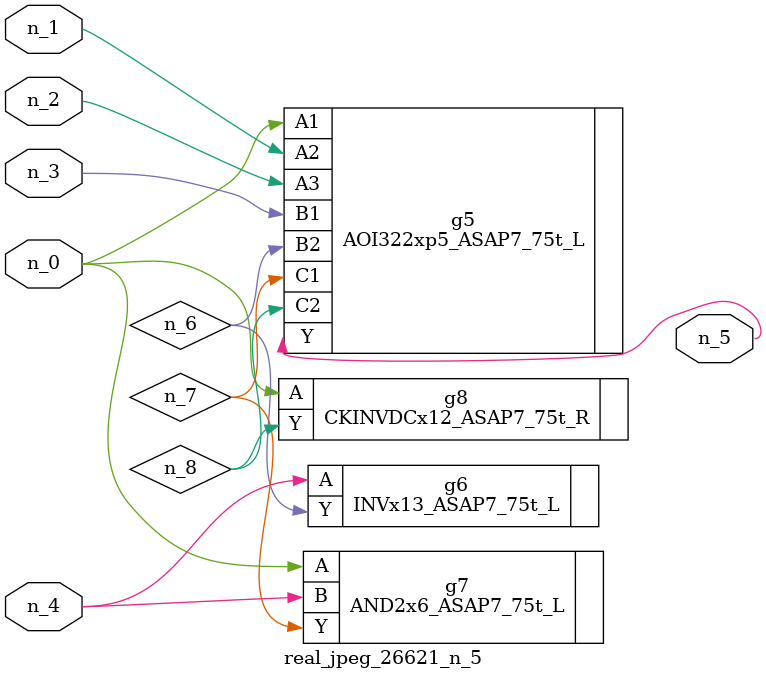
<source format=v>
module real_jpeg_26621_n_5 (n_4, n_0, n_1, n_2, n_3, n_5);

input n_4;
input n_0;
input n_1;
input n_2;
input n_3;

output n_5;

wire n_8;
wire n_6;
wire n_7;

AOI322xp5_ASAP7_75t_L g5 ( 
.A1(n_0),
.A2(n_1),
.A3(n_2),
.B1(n_3),
.B2(n_6),
.C1(n_7),
.C2(n_8),
.Y(n_5)
);

AND2x6_ASAP7_75t_L g7 ( 
.A(n_0),
.B(n_4),
.Y(n_7)
);

CKINVDCx12_ASAP7_75t_R g8 ( 
.A(n_0),
.Y(n_8)
);

INVx13_ASAP7_75t_L g6 ( 
.A(n_4),
.Y(n_6)
);


endmodule
</source>
